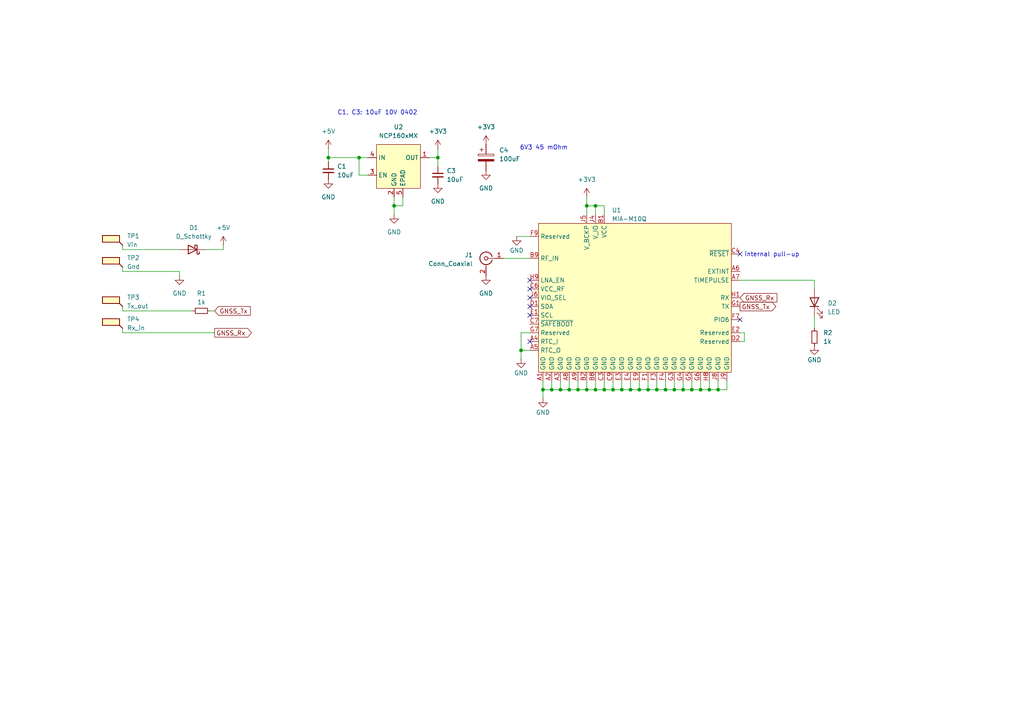
<source format=kicad_sch>
(kicad_sch (version 20231120) (generator "eeschema") (generator_version "8.0")
  (paper "A4")
  (lib_symbols
    (symbol "Connector:Conn_Coaxial" (pin_names (offset 1.016) hide)
      (property "Reference" "J" (at 0.254 3.048 0))
      (property "Value" "Conn_Coaxial" (at 2.921 0 90))
      (symbol "Conn_Coaxial_0_1"
        (arc (start -1.778 -0.508) (mid 0.2311 -1.8066) (end 1.778 0) (stroke (width 0.254)))
        (polyline (pts (xy -2.54 0) (xy -0.508 0)))
        (polyline (pts (xy 0 -2.54) (xy 0 -1.778)))
        (circle (center 0 0) (radius 0.508) (stroke (width 0.2032)))
        (arc (start 1.778 0) (mid 0.2099 1.8101) (end -1.778 0.508) (stroke (width 0.254)))
      )
      (symbol "Conn_Coaxial_1_1"
        (pin passive line (at -5.08 0 0) (length 2.54) (name "In") (number "1"))
        (pin passive line (at 0 -5.08 90) (length 2.54) (name "Ext") (number "2"))
      )
    )
    (symbol "Connector:TestPoint_Flag" (pin_numbers hide) (pin_names (offset 0.762) hide)
      (property "Reference" "TP" (at 3.429 1.778 0))
      (property "Value" "TestPoint_Flag" (at 3.302 4.191 0))
      (symbol "TestPoint_Flag_0_1"
        (polyline (pts (xy 0 0) (xy 0.889 0.889)) (stroke (width 0.254)))
        (rectangle (start 0.889 2.794) (end 5.842 0.889) (stroke (width 0.254)) (fill (type background)))
      )
      (symbol "TestPoint_Flag_1_1"
        (pin passive line (at 0 0 90) (length 0) (name "1") (number "1"))
      )
    )
    (symbol "Device:C_Polarized" (pin_numbers hide) (pin_names (offset 0.254))
      (property "Reference" "C" (at 0.635 2.54 0))
      (property "Value" "C_Polarized" (at 0.635 -2.54 0))
      (symbol "C_Polarized_0_1"
        (rectangle (start -2.286 0.508) (end 2.286 1.016))
        (polyline (pts (xy -1.778 2.286) (xy -0.762 2.286)))
        (polyline (pts (xy -1.27 2.794) (xy -1.27 1.778)))
        (rectangle (start 2.286 -0.508) (end -2.286 -1.016) (fill (type outline)))
      )
      (symbol "C_Polarized_1_1"
        (pin passive line (at 0 3.81 270) (length 2.794) (name "~") (number "1"))
        (pin passive line (at 0 -3.81 90) (length 2.794) (name "~") (number "2"))
      )
    )
    (symbol "Device:C_Small" (pin_numbers hide) (pin_names (offset 0.254) hide)
      (property "Reference" "C" (at 0.254 1.778 0))
      (property "Value" "C_Small" (at 0.254 -2.032 0))
      (symbol "C_Small_0_1"
        (polyline (pts (xy -1.524 -0.508) (xy 1.524 -0.508)) (stroke (width 0.3302)))
        (polyline (pts (xy -1.524 0.508) (xy 1.524 0.508)) (stroke (width 0.3048)))
      )
      (symbol "C_Small_1_1"
        (pin passive line (at 0 2.54 270) (length 2.032) (name "~") (number "1"))
        (pin passive line (at 0 -2.54 90) (length 2.032) (name "~") (number "2"))
      )
    )
    (symbol "Device:D_Schottky" (pin_numbers hide) (pin_names (offset 1.016) hide)
      (property "Reference" "D" (at 0 2.54 0))
      (property "Value" "D_Schottky" (at 0 -2.54 0))
      (symbol "D_Schottky_0_1"
        (polyline (pts (xy 1.27 0) (xy -1.27 0)))
        (polyline (pts (xy 1.27 1.27) (xy 1.27 -1.27) (xy -1.27 0) (xy 1.27 1.27)) (stroke (width 0.254)))
        (polyline (pts (xy -1.905 0.635) (xy -1.905 1.27) (xy -1.27 1.27) (xy -1.27 -1.27) (xy -0.635 -1.27) (xy -0.635 -0.635)) (stroke (width 0.254)))
      )
      (symbol "D_Schottky_1_1"
        (pin passive line (at -3.81 0 0) (length 2.54) (name "K") (number "1"))
        (pin passive line (at 3.81 0 180) (length 2.54) (name "A") (number "2"))
      )
    )
    (symbol "Device:LED" (pin_numbers hide) (pin_names (offset 1.016) hide)
      (property "Reference" "D" (at 0 2.54 0))
      (property "Value" "LED" (at 0 -2.54 0))
      (symbol "LED_0_1"
        (polyline (pts (xy -1.27 -1.27) (xy -1.27 1.27)) (stroke (width 0.254)))
        (polyline (pts (xy -1.27 0) (xy 1.27 0)))
        (polyline (pts (xy 1.27 -1.27) (xy 1.27 1.27) (xy -1.27 0) (xy 1.27 -1.27)) (stroke (width 0.254)))
        (polyline (pts (xy -3.048 -0.762) (xy -4.572 -2.286) (xy -3.81 -2.286) (xy -4.572 -2.286) (xy -4.572 -1.524)))
        (polyline (pts (xy -1.778 -0.762) (xy -3.302 -2.286) (xy -2.54 -2.286) (xy -3.302 -2.286) (xy -3.302 -1.524)))
      )
      (symbol "LED_1_1"
        (pin passive line (at -3.81 0 0) (length 2.54) (name "K") (number "1"))
        (pin passive line (at 3.81 0 180) (length 2.54) (name "A") (number "2"))
      )
    )
    (symbol "Device:R_Small" (pin_numbers hide) (pin_names (offset 0.254) hide)
      (property "Reference" "R" (at 0.762 0.508 0))
      (property "Value" "R_Small" (at 0.762 -1.016 0))
      (symbol "R_Small_0_1"
        (rectangle (start -0.762 1.778) (end 0.762 -1.778) (stroke (width 0.2032)))
      )
      (symbol "R_Small_1_1"
        (pin passive line (at 0 2.54 270) (length 0.762) (name "~") (number "1"))
        (pin passive line (at 0 -2.54 90) (length 0.762) (name "~") (number "2"))
      )
    )
    (symbol "PicoM10:MIA-M10Q"
      (property "Reference" "U" (at 0 0 0))
      (symbol "MIA-M10Q_0_0"
        (pin unspecified line (at -27.94 -21.59 90) (length 2.54) (name "GND") (number "A1"))
        (pin unspecified line (at -25.4 -21.59 90) (length 2.54) (name "GND") (number "A2"))
        (pin unspecified line (at -22.86 -21.59 90) (length 2.54) (name "GND") (number "A3"))
        (pin unspecified line (at -31.75 -10.16 0) (length 2.54) (name "RTC_I") (number "A4"))
        (pin unspecified line (at -31.75 -12.7 0) (length 2.54) (name "RTC_O") (number "A5"))
        (pin unspecified line (at 29.21 10.16 180) (length 2.54) (name "EXTINT") (number "A6"))
        (pin unspecified line (at 29.21 7.62 180) (length 2.54) (name "TIMEPULSE") (number "A7"))
        (pin unspecified line (at -20.32 -21.59 90) (length 2.54) (name "GND") (number "A8"))
        (pin unspecified line (at -17.78 -21.59 90) (length 2.54) (name "GND") (number "A9"))
        (pin unspecified line (at -10.16 26.67 270) (length 2.54) (name "VCC") (number "B1"))
        (pin unspecified line (at -15.24 -21.59 90) (length 2.54) (name "GND") (number "B2"))
        (pin unspecified line (at -12.7 -21.59 90) (length 2.54) (name "GND") (number "B8"))
        (pin unspecified line (at -31.75 13.97 0) (length 2.54) (name "RF_IN") (number "B9"))
        (pin no_connect line (at 13.97 26.67 270) (length 2.54) hide (name "Reserved") (number "C1"))
        (pin unspecified line (at -10.16 -21.59 90) (length 2.54) (name "GND") (number "C3"))
        (pin unspecified line (at 29.21 15.24 180) (length 2.54) (name "~{RESET}") (number "C4"))
        (pin no_connect line (at 11.43 26.67 270) (length 2.54) hide (name "Reserved") (number "C5"))
        (pin unspecified line (at -31.75 5.08 0) (length 2.54) (name "VCC_RF") (number "C6"))
        (pin unspecified line (at -31.75 -5.08 0) (length 2.54) (name "~{SAFEBOOT}") (number "C7"))
        (pin unspecified line (at -7.62 -21.59 90) (length 2.54) (name "GND") (number "C9"))
        (pin unspecified line (at -31.75 0 0) (length 2.54) (name "SDA") (number "D1"))
        (pin unspecified line (at 29.21 -10.16 180) (length 2.54) (name "Reserved") (number "D2"))
        (pin no_connect line (at 8.89 26.67 270) (length 2.54) hide (name "Reserved") (number "D9"))
        (pin unspecified line (at -31.75 -2.54 0) (length 2.54) (name "SCL") (number "E1"))
        (pin unspecified line (at 29.21 -7.62 180) (length 2.54) (name "Reserved") (number "E2"))
        (pin unspecified line (at -5.08 -21.59 90) (length 2.54) (name "GND") (number "E3"))
        (pin unspecified line (at -2.54 -21.59 90) (length 2.54) (name "GND") (number "E4"))
        (pin no_connect line (at 6.35 26.67 270) (length 2.54) hide (name "Reserved") (number "E7"))
        (pin unspecified line (at 0 -21.59 90) (length 2.54) (name "GND") (number "E9"))
        (pin unspecified line (at 2.54 -21.59 90) (length 2.54) (name "GND") (number "F1"))
        (pin unspecified line (at 5.08 -21.59 90) (length 2.54) (name "GND") (number "F3"))
        (pin unspecified line (at 7.62 -21.59 90) (length 2.54) (name "GND") (number "F4"))
        (pin unspecified line (at 29.21 -3.81 180) (length 2.54) (name "PIO6") (number "F7"))
        (pin unspecified line (at -31.75 20.32 0) (length 2.54) (name "Reserved") (number "F9"))
        (pin unspecified line (at 29.21 0 180) (length 2.54) (name "TX") (number "G1"))
        (pin unspecified line (at 10.16 -21.59 90) (length 2.54) (name "GND") (number "G3"))
        (pin unspecified line (at 12.7 -21.59 90) (length 2.54) (name "GND") (number "G4"))
        (pin unspecified line (at 15.24 -21.59 90) (length 2.54) (name "GND") (number "G5"))
        (pin unspecified line (at 17.78 -21.59 90) (length 2.54) (name "GND") (number "G6"))
        (pin unspecified line (at -31.75 -7.62 0) (length 2.54) (name "Reserved") (number "G7"))
        (pin no_connect line (at 3.81 26.67 270) (length 2.54) hide (name "Reserved") (number "G9"))
        (pin unspecified line (at 29.21 2.54 180) (length 2.54) (name "RX") (number "H1"))
        (pin unspecified line (at 20.32 -21.59 90) (length 2.54) (name "GND") (number "H8"))
        (pin unspecified line (at -31.75 7.62 0) (length 2.54) (name "LNA_EN") (number "H9"))
        (pin no_connect line (at 1.27 26.67 270) (length 2.54) hide (name "Reserved") (number "J1"))
        (pin no_connect line (at -1.27 26.67 270) (length 2.54) hide (name "Reserved") (number "J2"))
        (pin no_connect line (at -3.81 26.67 270) (length 2.54) hide (name "Reserved") (number "J3"))
        (pin unspecified line (at -12.7 26.67 270) (length 2.54) (name "V_IO") (number "J4"))
        (pin unspecified line (at -15.24 26.67 270) (length 2.54) (name "V_BCKP") (number "J5"))
        (pin unspecified line (at -31.75 2.54 0) (length 2.54) (name "VIO_SEL") (number "J6"))
        (pin no_connect line (at -6.35 26.67 270) (length 2.54) hide (name "Reserved") (number "J7"))
        (pin unspecified line (at 22.86 -21.59 90) (length 2.54) (name "GND") (number "J8"))
        (pin unspecified line (at 25.4 -21.59 90) (length 2.54) (name "GND") (number "J9"))
      )
      (symbol "MIA-M10Q_0_1"
        (rectangle (start -29.21 24.13) (end 26.67 -19.05) (fill (type background)))
      )
    )
    (symbol "PicoM10:NCP160xMX"
      (property "Reference" "U" (at 0 5.08 0))
      (property "Value" "NCP160xMX" (at 0 0 0))
      (symbol "NCP160xMX_0_1"
        (rectangle (start -6.35 6.35) (end 6.35 -6.35) (stroke (width 0.1524)) (fill (type background)))
      )
      (symbol "NCP160xMX_1_1"
        (pin power_out line (at 8.89 2.54 180) (length 2.54) (name "OUT") (number "1"))
        (pin power_in line (at -1.27 -8.89 90) (length 2.54) (name "GND") (number "2"))
        (pin passive line (at -8.89 -2.54 0) (length 2.54) (name "EN") (number "3"))
        (pin power_in line (at -8.89 2.54 0) (length 2.54) (name "IN") (number "4"))
        (pin power_in line (at 1.27 -8.89 90) (length 2.54) (name "EPAD") (number "5"))
      )
    )
    (symbol "power:+3V3" (power) (pin_numbers hide) (pin_names (offset 0) hide)
      (property "Value" "+3V3" (at 0 3.556 0))
      (symbol "+3V3_0_1"
        (polyline (pts (xy -0.762 1.27) (xy 0 2.54)))
        (polyline (pts (xy 0 0) (xy 0 2.54)))
        (polyline (pts (xy 0 2.54) (xy 0.762 1.27)))
      )
      (symbol "+3V3_1_1"
        (pin power_in line (at 0 0 90) (length 0) (name "~") (number "1"))
      )
    )
    (symbol "power:+5V" (power) (pin_numbers hide) (pin_names (offset 0) hide)
      (property "Value" "+5V" (at 0 3.556 0))
      (symbol "+5V_0_1"
        (polyline (pts (xy -0.762 1.27) (xy 0 2.54)))
        (polyline (pts (xy 0 0) (xy 0 2.54)))
        (polyline (pts (xy 0 2.54) (xy 0.762 1.27)))
      )
      (symbol "+5V_1_1"
        (pin power_in line (at 0 0 90) (length 0) (name "~") (number "1"))
      )
    )
    (symbol "power:GND" (power) (pin_numbers hide) (pin_names (offset 0) hide)
      (property "Value" "GND" (at 0 -3.81 0))
      (symbol "GND_0_1"
        (polyline (pts (xy 0 0) (xy 0 -1.27) (xy 1.27 -1.27) (xy 0 -2.54) (xy -1.27 -1.27) (xy 0 -1.27)))
      )
      (symbol "GND_1_1"
        (pin power_in line (at 0 0 270) (length 0) (name "~") (number "1"))
      )
    )
  )
  (junction (at 187.96 113.03))
  (junction (at 160.02 113.03))
  (junction (at 182.88 113.03))
  (junction (at 104.14 45.72))
  (junction (at 208.28 113.03))
  (junction (at 200.66 113.03))
  (junction (at 205.74 113.03))
  (junction (at 95.25 45.72))
  (junction (at 162.56 113.03))
  (junction (at 167.64 113.03))
  (junction (at 165.1 113.03))
  (junction (at 180.34 113.03))
  (junction (at 175.26 113.03))
  (junction (at 198.12 113.03))
  (junction (at 157.48 113.03))
  (junction (at 193.04 113.03))
  (junction (at 172.72 59.69))
  (junction (at 170.18 59.69))
  (junction (at 177.8 113.03))
  (junction (at 172.72 113.03))
  (junction (at 185.42 113.03))
  (junction (at 190.5 113.03))
  (junction (at 203.2 113.03))
  (junction (at 127 45.72))
  (junction (at 170.18 113.03))
  (junction (at 151.13 101.6))
  (junction (at 114.3 59.69))
  (junction (at 195.58 113.03))
  (no_connect (at 153.67 99.06))
  (no_connect (at 153.67 91.44))
  (no_connect (at 153.67 83.82))
  (no_connect (at 153.67 88.9))
  (no_connect (at 153.67 81.28))
  (no_connect (at 214.63 92.71))
  (no_connect (at 153.67 86.36))
  (no_connect (at 214.63 73.66))
  (wire (pts (xy 35.56 88.9) (xy 35.56 90.17)))
  (wire (pts (xy 95.25 46.99) (xy 95.25 45.72)))
  (wire (pts (xy 153.67 68.58) (xy 149.86 68.58)))
  (wire (pts (xy 208.28 110.49) (xy 208.28 113.03)))
  (wire (pts (xy 35.56 96.52) (xy 62.23 96.52)))
  (wire (pts (xy 153.67 101.6) (xy 151.13 101.6)))
  (wire (pts (xy 172.72 62.23) (xy 172.72 59.69)))
  (wire (pts (xy 170.18 59.69) (xy 170.18 62.23)))
  (wire (pts (xy 151.13 96.52) (xy 151.13 101.6)))
  (wire (pts (xy 106.68 50.8) (xy 104.14 50.8)))
  (wire (pts (xy 170.18 59.69) (xy 172.72 59.69)))
  (wire (pts (xy 35.56 71.12) (xy 35.56 72.39)))
  (wire (pts (xy 104.14 50.8) (xy 104.14 45.72)))
  (wire (pts (xy 198.12 113.03) (xy 200.66 113.03)))
  (wire (pts (xy 151.13 101.6) (xy 151.13 104.14)))
  (wire (pts (xy 193.04 110.49) (xy 193.04 113.03)))
  (wire (pts (xy 172.72 110.49) (xy 172.72 113.03)))
  (wire (pts (xy 177.8 113.03) (xy 180.34 113.03)))
  (wire (pts (xy 165.1 113.03) (xy 167.64 113.03)))
  (wire (pts (xy 116.84 59.69) (xy 114.3 59.69)))
  (wire (pts (xy 187.96 110.49) (xy 187.96 113.03)))
  (wire (pts (xy 195.58 113.03) (xy 198.12 113.03)))
  (wire (pts (xy 214.63 96.52) (xy 215.9 96.52)))
  (wire (pts (xy 200.66 113.03) (xy 203.2 113.03)))
  (wire (pts (xy 165.1 110.49) (xy 165.1 113.03)))
  (wire (pts (xy 160.02 110.49) (xy 160.02 113.03)))
  (wire (pts (xy 59.69 72.39) (xy 64.77 72.39)))
  (wire (pts (xy 182.88 113.03) (xy 185.42 113.03)))
  (wire (pts (xy 215.9 96.52) (xy 215.9 99.06)))
  (wire (pts (xy 104.14 45.72) (xy 106.68 45.72)))
  (wire (pts (xy 153.67 96.52) (xy 151.13 96.52)))
  (wire (pts (xy 160.02 113.03) (xy 162.56 113.03)))
  (wire (pts (xy 172.72 59.69) (xy 175.26 59.69)))
  (wire (pts (xy 95.25 45.72) (xy 104.14 45.72)))
  (wire (pts (xy 214.63 99.06) (xy 215.9 99.06)))
  (wire (pts (xy 146.05 74.93) (xy 153.67 74.93)))
  (wire (pts (xy 193.04 113.03) (xy 195.58 113.03)))
  (wire (pts (xy 185.42 113.03) (xy 187.96 113.03)))
  (wire (pts (xy 167.64 113.03) (xy 170.18 113.03)))
  (wire (pts (xy 175.26 62.23) (xy 175.26 59.69)))
  (wire (pts (xy 167.64 110.49) (xy 167.64 113.03)))
  (wire (pts (xy 35.56 77.47) (xy 35.56 78.74)))
  (wire (pts (xy 60.96 90.17) (xy 62.23 90.17)))
  (wire (pts (xy 200.66 110.49) (xy 200.66 113.03)))
  (wire (pts (xy 172.72 113.03) (xy 175.26 113.03)))
  (wire (pts (xy 35.56 90.17) (xy 55.88 90.17)))
  (wire (pts (xy 190.5 110.49) (xy 190.5 113.03)))
  (wire (pts (xy 208.28 113.03) (xy 210.82 113.03)))
  (wire (pts (xy 157.48 110.49) (xy 157.48 113.03)))
  (wire (pts (xy 198.12 110.49) (xy 198.12 113.03)))
  (wire (pts (xy 127 45.72) (xy 127 48.26)))
  (wire (pts (xy 35.56 72.39) (xy 52.07 72.39)))
  (wire (pts (xy 180.34 113.03) (xy 182.88 113.03)))
  (wire (pts (xy 170.18 110.49) (xy 170.18 113.03)))
  (wire (pts (xy 127 43.18) (xy 127 45.72)))
  (wire (pts (xy 162.56 113.03) (xy 165.1 113.03)))
  (wire (pts (xy 180.34 110.49) (xy 180.34 113.03)))
  (wire (pts (xy 114.3 57.15) (xy 114.3 59.69)))
  (wire (pts (xy 116.84 57.15) (xy 116.84 59.69)))
  (wire (pts (xy 114.3 59.69) (xy 114.3 62.23)))
  (wire (pts (xy 64.77 71.12) (xy 64.77 72.39)))
  (wire (pts (xy 203.2 113.03) (xy 205.74 113.03)))
  (wire (pts (xy 170.18 113.03) (xy 172.72 113.03)))
  (wire (pts (xy 182.88 110.49) (xy 182.88 113.03)))
  (wire (pts (xy 157.48 113.03) (xy 160.02 113.03)))
  (wire (pts (xy 170.18 57.15) (xy 170.18 59.69)))
  (wire (pts (xy 214.63 81.28) (xy 236.22 81.28)))
  (wire (pts (xy 157.48 113.03) (xy 157.48 115.57)))
  (wire (pts (xy 203.2 110.49) (xy 203.2 113.03)))
  (wire (pts (xy 195.58 110.49) (xy 195.58 113.03)))
  (wire (pts (xy 205.74 113.03) (xy 208.28 113.03)))
  (wire (pts (xy 175.26 113.03) (xy 177.8 113.03)))
  (wire (pts (xy 210.82 110.49) (xy 210.82 113.03)))
  (wire (pts (xy 205.74 110.49) (xy 205.74 113.03)))
  (wire (pts (xy 35.56 95.25) (xy 35.56 96.52)))
  (wire (pts (xy 236.22 81.28) (xy 236.22 83.82)))
  (wire (pts (xy 177.8 110.49) (xy 177.8 113.03)))
  (wire (pts (xy 190.5 113.03) (xy 193.04 113.03)))
  (wire (pts (xy 236.22 91.44) (xy 236.22 95.25)))
  (wire (pts (xy 95.25 43.18) (xy 95.25 45.72)))
  (wire (pts (xy 162.56 110.49) (xy 162.56 113.03)))
  (wire (pts (xy 52.07 78.74) (xy 52.07 80.01)))
  (wire (pts (xy 175.26 110.49) (xy 175.26 113.03)))
  (wire (pts (xy 185.42 110.49) (xy 185.42 113.03)))
  (wire (pts (xy 187.96 113.03) (xy 190.5 113.03)))
  (wire (pts (xy 35.56 78.74) (xy 52.07 78.74)))
  (wire (pts (xy 124.46 45.72) (xy 127 45.72)))
  (text "C1, C3: 10uF 10V 0402" (at 109.474 32.766 0) (effects (font (size 1.27 1.27))))
  (text "internal pull-up" (at 215.9 73.914 0) (effects (font (size 1.27 1.27)) (justify left)))
  (text "6V3 45 mOhm" (at 157.734 42.926 0) (effects (font (size 1.27 1.27))))
  (global_label "GNSS_Rx" (shape output) (at 62.23 96.52 0) (property "Intersheetrefs" "${INTERSHEET_REFS}" (effects (hide yes))))
  (global_label "GNSS_Rx" (shape input) (at 214.63 86.36 0) (property "Intersheetrefs" "${INTERSHEET_REFS}" (effects (hide yes))))
  (global_label "GNSS_Tx" (shape input) (at 62.23 90.17 0) (property "Intersheetrefs" "${INTERSHEET_REFS}" (effects (hide yes))))
  (global_label "GNSS_Tx" (shape output) (at 214.63 88.9 0) (property "Intersheetrefs" "${INTERSHEET_REFS}" (effects (hide yes))))
  (symbol (lib_id "power:GND") (at 149.86 68.58 0) (unit 1)
    (property "Reference" "#PWR01" (effects (hide yes)))
    (property "Value" "GND" (at 149.86 72.644 0))
    (property "Description" "Power symbol creates a global label with name \"GND\" , ground" (effects (hide yes)))
  )
  (symbol (lib_id "power:+3V3") (at 140.97 41.91 0) (unit 1)
    (property "Reference" "#PWR014" (effects (hide yes)))
    (property "Value" "+3V3" (at 140.97 36.83 0))
    (property "Description" "Power symbol creates a global label with name \"+3V3\"" (effects (hide yes)))
  )
  (symbol (lib_id "power:GND") (at 52.07 80.01 0) (unit 1)
    (property "Reference" "#PWR05" (effects (hide yes)))
    (property "Value" "GND" (at 52.07 85.09 0))
    (property "Description" "Power symbol creates a global label with name \"GND\" , ground" (effects (hide yes)))
  )
  (symbol (lib_id "Device:LED") (at 236.22 87.63 90) (unit 1)
    (property "Reference" "D2" (at 240.03 87.9474 90) (effects (justify right)))
    (property "Value" "LED" (at 240.03 90.4874 90) (effects (justify right)))
    (property "Footprint" "PicoM10:LED_0201_0603Metric_mod" (effects (hide yes)))
    (property "Description" "Light emitting diode" (effects (hide yes)))
  )
  (symbol (lib_id "Connector:Conn_Coaxial") (at 140.97 74.93 0) (mirror y) (unit 1)
    (property "Reference" "J1" (at 137.16 73.9531 0) (effects (justify left)))
    (property "Value" "Conn_Coaxial" (at 137.16 76.4931 0) (effects (justify left)))
    (property "Footprint" "Connector_Coaxial:U.FL_Molex_MCRF_73412-0110_Vertical" (effects (hide yes)))
    (property "Description" "coaxial connector (BNC, SMA, SMB, SMC, Cinch/RCA, LEMO, ...)" (effects (hide yes)))
  )
  (symbol (lib_id "PicoM10:MIA-M10Q") (at 185.42 88.9 0) (unit 1)
    (property "Reference" "U1" (at 177.4541 60.96 0) (effects (justify left)))
    (property "Value" "MIA-M10Q" (at 177.4541 63.5 0) (effects (justify left)))
    (property "Footprint" "PicoM10:SLGA-53_MIA-M10Q" (effects (hide yes)))
  )
  (symbol (lib_id "Connector:TestPoint_Flag") (at 35.56 95.25 0) (mirror y) (unit 1)
    (property "Reference" "TP4" (at 36.83 92.5829 0) (effects (justify right)))
    (property "Value" "Rx_in" (at 36.83 95.1229 0) (effects (justify right)))
    (property "Footprint" "PicoM10:solderpad_castellated_2x2mm" (effects (hide yes)))
    (property "Description" "test point (alternative flag-style design)" (effects (hide yes)))
  )
  (symbol (lib_id "Device:C_Small") (at 127 50.8 0) (unit 1)
    (property "Reference" "C3" (at 129.54 49.5362 0) (effects (justify left)))
    (property "Value" "10uF" (at 129.54 52.0762 0) (effects (justify left)))
    (property "Footprint" "Capacitor_SMD:C_0402_1005Metric" (effects (hide yes)))
    (property "Description" "Unpolarized capacitor, small symbol" (effects (hide yes)))
  )
  (symbol (lib_id "power:+3V3") (at 127 43.18 0) (unit 1)
    (property "Reference" "#PWR011" (effects (hide yes)))
    (property "Value" "+3V3" (at 127 38.1 0))
    (property "Description" "Power symbol creates a global label with name \"+3V3\"" (effects (hide yes)))
  )
  (symbol (lib_id "power:+5V") (at 95.25 43.18 0) (unit 1)
    (property "Reference" "#PWR012" (effects (hide yes)))
    (property "Value" "+5V" (at 95.25 38.1 0))
    (property "Description" "Power symbol creates a global label with name \"+5V\"" (effects (hide yes)))
  )
  (symbol (lib_id "Device:C_Polarized") (at 140.97 45.72 0) (unit 1)
    (property "Reference" "C4" (at 144.78 43.5609 0) (effects (justify left)))
    (property "Value" "100uF" (at 144.78 46.1009 0) (effects (justify left)))
    (property "Footprint" "Capacitor_Tantalum_SMD:CP_EIA-3216-10_Kemet-I" (effects (hide yes)))
    (property "Description" "Polarized capacitor" (effects (hide yes)))
  )
  (symbol (lib_id "power:GND") (at 127 53.34 0) (unit 1)
    (property "Reference" "#PWR09" (effects (hide yes)))
    (property "Value" "GND" (at 127 58.42 0))
    (property "Description" "Power symbol creates a global label with name \"GND\" , ground" (effects (hide yes)))
  )
  (symbol (lib_id "Connector:TestPoint_Flag") (at 35.56 77.47 0) (mirror y) (unit 1)
    (property "Reference" "TP2" (at 36.83 74.8029 0) (effects (justify right)))
    (property "Value" "Gnd" (at 36.83 77.3429 0) (effects (justify right)))
    (property "Footprint" "PicoM10:solderpad_castellated_2x2mm" (effects (hide yes)))
    (property "Description" "test point (alternative flag-style design)" (effects (hide yes)))
  )
  (symbol (lib_id "power:GND") (at 157.48 115.57 0) (unit 1)
    (property "Reference" "#PWR010" (effects (hide yes)))
    (property "Value" "GND" (at 157.48 119.634 0))
    (property "Description" "Power symbol creates a global label with name \"GND\" , ground" (effects (hide yes)))
  )
  (symbol (lib_id "power:GND") (at 236.22 100.33 0) (unit 1)
    (property "Reference" "#PWR013" (effects (hide yes)))
    (property "Value" "GND" (at 236.22 104.394 0))
    (property "Description" "Power symbol creates a global label with name \"GND\" , ground" (effects (hide yes)))
  )
  (symbol (lib_id "power:GND") (at 140.97 49.53 0) (unit 1)
    (property "Reference" "#PWR015" (effects (hide yes)))
    (property "Value" "GND" (at 140.97 54.61 0))
    (property "Description" "Power symbol creates a global label with name \"GND\" , ground" (effects (hide yes)))
  )
  (symbol (lib_id "power:GND") (at 151.13 104.14 0) (unit 1)
    (property "Reference" "#PWR08" (effects (hide yes)))
    (property "Value" "GND" (at 151.13 108.204 0))
    (property "Description" "Power symbol creates a global label with name \"GND\" , ground" (effects (hide yes)))
  )
  (symbol (lib_id "PicoM10:NCP160xMX") (at 115.57 48.26 0) (unit 1)
    (property "Reference" "U2" (at 115.57 36.83 0))
    (property "Value" "NCP160xMX" (at 115.57 39.37 0))
    (property "Footprint" "Package_DFN_QFN:UDFN-4-1EP_1x1mm_P0.65mm_EP0.48x0.48mm" (effects (hide yes)))
  )
  (symbol (lib_id "power:GND") (at 114.3 62.23 0) (unit 1)
    (property "Reference" "#PWR07" (effects (hide yes)))
    (property "Value" "GND" (at 114.3 67.31 0))
    (property "Description" "Power symbol creates a global label with name \"GND\" , ground" (effects (hide yes)))
  )
  (symbol (lib_id "Device:C_Small") (at 95.25 49.53 0) (unit 1)
    (property "Reference" "C1" (at 97.79 48.2662 0) (effects (justify left)))
    (property "Value" "10uF" (at 97.79 50.8062 0) (effects (justify left)))
    (property "Footprint" "Capacitor_SMD:C_0402_1005Metric" (effects (hide yes)))
    (property "Description" "Unpolarized capacitor, small symbol" (effects (hide yes)))
  )
  (symbol (lib_id "power:GND") (at 140.97 80.01 0) (mirror y) (unit 1)
    (property "Reference" "#PWR04" (effects (hide yes)))
    (property "Value" "GND" (at 140.97 85.09 0))
    (property "Description" "Power symbol creates a global label with name \"GND\" , ground" (effects (hide yes)))
  )
  (symbol (lib_id "power:+5V") (at 64.77 71.12 0) (unit 1)
    (property "Reference" "#PWR06" (effects (hide yes)))
    (property "Value" "+5V" (at 64.77 66.04 0))
    (property "Description" "Power symbol creates a global label with name \"+5V\"" (effects (hide yes)))
  )
  (symbol (lib_id "Connector:TestPoint_Flag") (at 35.56 88.9 0) (mirror y) (unit 1)
    (property "Reference" "TP3" (at 36.83 86.2329 0) (effects (justify right)))
    (property "Value" "Tx_out" (at 36.83 88.7729 0) (effects (justify right)))
    (property "Footprint" "PicoM10:solderpad_castellated_2x2mm" (effects (hide yes)))
    (property "Description" "test point (alternative flag-style design)" (effects (hide yes)))
  )
  (symbol (lib_id "Connector:TestPoint_Flag") (at 35.56 71.12 0) (mirror y) (unit 1)
    (property "Reference" "TP1" (at 36.83 68.4529 0) (effects (justify right)))
    (property "Value" "Vin" (at 36.83 70.9929 0) (effects (justify right)))
    (property "Footprint" "PicoM10:solderpad_castellated_2x2mm" (effects (hide yes)))
    (property "Description" "test point (alternative flag-style design)" (effects (hide yes)))
  )
  (symbol (lib_id "power:+3V3") (at 170.18 57.15 0) (unit 1)
    (property "Reference" "#PWR02" (effects (hide yes)))
    (property "Value" "+3V3" (at 170.18 52.07 0))
    (property "Description" "Power symbol creates a global label with name \"+3V3\"" (effects (hide yes)))
  )
  (symbol (lib_id "Device:R_Small") (at 58.42 90.17 90) (unit 1)
    (property "Reference" "R1" (at 58.42 85.09 90))
    (property "Value" "1k" (at 58.42 87.63 90))
    (property "Footprint" "PicoM10:R_0201_0603Metric_mod" (effects (hide yes)))
    (property "Description" "Resistor, small symbol" (effects (hide yes)))
  )
  (symbol (lib_id "Device:R_Small") (at 236.22 97.79 180) (unit 1)
    (property "Reference" "R2" (at 238.76 96.5199 0) (effects (justify right)))
    (property "Value" "1k" (at 238.76 99.0599 0) (effects (justify right)))
    (property "Footprint" "PicoM10:R_0201_0603Metric_mod" (effects (hide yes)))
    (property "Description" "Resistor, small symbol" (effects (hide yes)))
  )
  (symbol (lib_id "Device:D_Schottky") (at 55.88 72.39 180) (unit 1)
    (property "Reference" "D1" (at 56.1975 66.04 0))
    (property "Value" "D_Schottky" (at 56.1975 68.58 0))
    (property "Footprint" "Diode_SMD:D_SOD-923" (effects (hide yes)))
    (property "Description" "Schottky diode" (effects (hide yes)))
  )
  (symbol (lib_id "power:GND") (at 95.25 52.07 0) (unit 1)
    (property "Reference" "#PWR03" (effects (hide yes)))
    (property "Value" "GND" (at 95.25 57.15 0))
    (property "Description" "Power symbol creates a global label with name \"GND\" , ground" (effects (hide yes)))
  )
)
</source>
